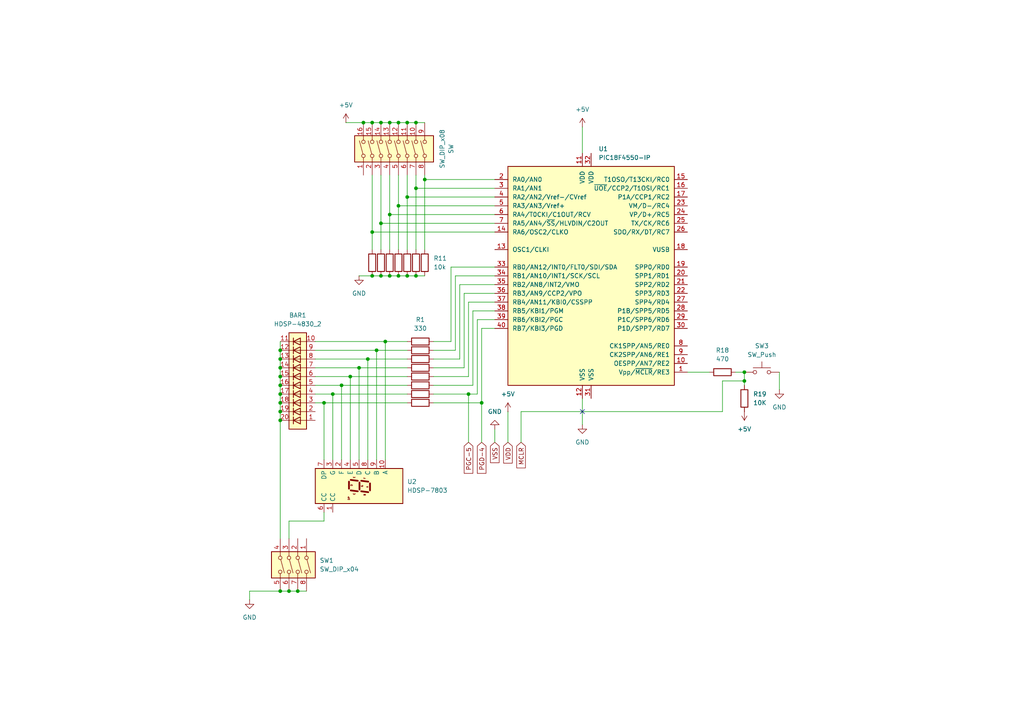
<source format=kicad_sch>
(kicad_sch (version 20250114) (generator "eeschema") (generator_version "9.0")
  (paper "A4")
  (title_block (title "Protoboard Araceli") (date "2025-09-11") (rev "1.0.0"))
  (lib_symbols
    (symbol "Device:R" (pin_numbers (hide yes)) (pin_names (offset 0))
      (property "Reference" "R" (at 2.032 0 90))
      (property "Value" "R" (at 0 0 90))
      (symbol "R_0_1"
        (rectangle (start -1.016 -2.54) (end 1.016 2.54) (stroke (width 0.254)))
      )
      (symbol "R_1_1"
        (pin passive line (at 0 3.81 270) (length 1.27) (name "~") (number "1"))
        (pin passive line (at 0 -3.81 90) (length 1.27) (name "~") (number "2"))
      )
    )
    (symbol "Display_Character:HDSP-7803"
      (property "Reference" "U" (at -3.81 13.97 0))
      (property "Value" "HDSP-7803" (at 6.35 13.97 0))
      (symbol "HDSP-7803_1_0"
        (text "E" (at -2.54 -1.397 0) (effects (font (size 0.508 0.508))))
        (text "F" (at -2.286 1.651 0) (effects (font (size 0.508 0.508))))
        (text "D" (at -0.254 -2.159 0) (effects (font (size 0.508 0.508))))
        (text "G" (at 0 0.889 0) (effects (font (size 0.508 0.508))))
        (text "A" (at 0.254 2.413 0) (effects (font (size 0.508 0.508))))
        (text "C" (at 2.286 -1.397 0) (effects (font (size 0.508 0.508))))
        (text "B" (at 2.54 1.651 0) (effects (font (size 0.508 0.508))))
        (text "DP" (at 3.556 -2.921 0) (effects (font (size 0.508 0.508))))
      )
      (symbol "HDSP-7803_1_1"
        (rectangle (start -5.08 12.7) (end 5.08 -12.7) (stroke (width 0.254)) (fill (type background)))
        (polyline (pts (xy -1.524 -0.381) (xy -1.778 -2.413)) (stroke (width 0.508)))
        (polyline (pts (xy -1.27 2.667) (xy -1.524 0.635)) (stroke (width 0.508)))
        (polyline (pts (xy -1.27 -2.921) (xy 0.762 -2.921)) (stroke (width 0.508)))
        (polyline (pts (xy -1.016 0.127) (xy 1.016 0.127)) (stroke (width 0.508)))
        (polyline (pts (xy -0.762 3.175) (xy 1.27 3.175)) (stroke (width 0.508)))
        (polyline (pts (xy 1.524 -0.381) (xy 1.27 -2.413)) (stroke (width 0.508)))
        (polyline (pts (xy 1.778 2.667) (xy 1.524 0.635)) (stroke (width 0.508)))
        (polyline (pts (xy 2.54 -2.921) (xy 2.54 -2.921)) (stroke (width 0.508)))
        (pin input line (at -7.62 7.62 0) (length 2.54) (name "A") (number "10"))
        (pin input line (at -7.62 5.08 0) (length 2.54) (name "B") (number "9"))
        (pin input line (at -7.62 2.54 0) (length 2.54) (name "C") (number "8"))
        (pin input line (at -7.62 0 0) (length 2.54) (name "D") (number "5"))
        (pin input line (at -7.62 -2.54 0) (length 2.54) (name "E") (number "4"))
        (pin input line (at -7.62 -5.08 0) (length 2.54) (name "F") (number "2"))
        (pin input line (at -7.62 -7.62 0) (length 2.54) (name "G") (number "3"))
        (pin input line (at -7.62 -10.16 0) (length 2.54) (name "DP") (number "7"))
        (pin input line (at 7.62 -7.62 180) (length 2.54) (name "CC") (number "1"))
        (pin input line (at 7.62 -10.16 180) (length 2.54) (name "CC") (number "6"))
      )
    )
    (symbol "LED:HDSP-4830_2" (pin_names (offset 1.016) (hide yes))
      (property "Reference" "BAR" (at 0 15.24 0))
      (property "Value" "HDSP-4830_2" (at 0 -17.78 0))
      (symbol "HDSP-4830_2_0_1"
        (rectangle (start -2.54 12.7) (end 2.54 -15.24) (stroke (width 0.254)) (fill (type background)))
        (polyline (pts (xy -2.54 10.16) (xy 2.54 10.16)))
        (polyline (pts (xy -2.54 7.62) (xy 2.54 7.62)))
        (polyline (pts (xy -2.54 5.08) (xy 2.54 5.08)))
        (polyline (pts (xy -2.54 0) (xy 2.54 0)))
        (polyline (pts (xy -2.54 -5.08) (xy 2.54 -5.08)))
        (polyline (pts (xy -2.54 -7.62) (xy 2.54 -7.62)))
        (polyline (pts (xy -2.54 -10.16) (xy 2.54 -10.16)))
        (polyline (pts (xy -2.54 -12.7) (xy 2.54 -12.7)))
        (polyline (pts (xy -0.762 11.176) (xy -0.762 9.144) (xy 1.27 10.16) (xy -0.762 11.176)) (stroke (width 0.254)))
        (polyline (pts (xy -0.762 8.636) (xy -0.762 6.604) (xy 1.27 7.62) (xy -0.762 8.636)) (stroke (width 0.254)))
        (polyline (pts (xy -0.762 6.096) (xy -0.762 4.064) (xy 1.27 5.08) (xy -0.762 6.096)) (stroke (width 0.254)))
        (polyline (pts (xy -0.762 3.556) (xy -0.762 1.524) (xy 1.27 2.54) (xy -0.762 3.556)) (stroke (width 0.254)))
        (polyline (pts (xy -0.762 1.016) (xy -0.762 -1.016) (xy 1.27 0) (xy -0.762 1.016)) (stroke (width 0.254)))
        (polyline (pts (xy -0.762 -1.524) (xy -0.762 -3.556) (xy 1.27 -2.54) (xy -0.762 -1.524)) (stroke (width 0.254)))
        (polyline (pts (xy -0.762 -4.064) (xy -0.762 -6.096) (xy 1.27 -5.08) (xy -0.762 -4.064)) (stroke (width 0.254)))
        (polyline (pts (xy -0.762 -6.604) (xy -0.762 -8.636) (xy 1.27 -7.62) (xy -0.762 -6.604)) (stroke (width 0.254)))
        (polyline (pts (xy -0.762 -9.144) (xy -0.762 -11.176) (xy 1.27 -10.16) (xy -0.762 -9.144)) (stroke (width 0.254)))
        (polyline (pts (xy -0.762 -11.684) (xy -0.762 -13.716) (xy 1.27 -12.7) (xy -0.762 -11.684)) (stroke (width 0.254)))
        (polyline (pts (xy 1.27 11.176) (xy 1.27 9.144)) (stroke (width 0.254)))
        (polyline (pts (xy 1.27 8.636) (xy 1.27 6.604)) (stroke (width 0.254)))
        (polyline (pts (xy 1.27 6.096) (xy 1.27 4.064)) (stroke (width 0.254)))
        (polyline (pts (xy 1.27 3.556) (xy 1.27 1.524)) (stroke (width 0.254)))
        (polyline (pts (xy 1.27 1.016) (xy 1.27 -1.016)) (stroke (width 0.254)))
        (polyline (pts (xy 1.27 -1.524) (xy 1.27 -3.556)) (stroke (width 0.254)))
        (polyline (pts (xy 1.27 -4.064) (xy 1.27 -6.096)) (stroke (width 0.254)))
        (polyline (pts (xy 1.27 -6.604) (xy 1.27 -8.636)) (stroke (width 0.254)))
        (polyline (pts (xy 1.27 -9.144) (xy 1.27 -11.176)) (stroke (width 0.254)))
        (polyline (pts (xy 1.27 -11.684) (xy 1.27 -13.716)) (stroke (width 0.254)))
        (polyline (pts (xy 2.54 2.54) (xy -2.54 2.54)))
        (polyline (pts (xy 2.54 -2.54) (xy -2.54 -2.54)))
      )
      (symbol "HDSP-4830_2_1_1"
        (pin passive line (at -5.08 10.16 0) (length 2.54) (name "A") (number "1"))
        (pin passive line (at -5.08 7.62 0) (length 2.54) (name "A") (number "2"))
        (pin passive line (at -5.08 5.08 0) (length 2.54) (name "A") (number "3"))
        (pin passive line (at -5.08 2.54 0) (length 2.54) (name "A") (number "4"))
        (pin passive line (at -5.08 0 0) (length 2.54) (name "A") (number "5"))
        (pin passive line (at -5.08 -2.54 0) (length 2.54) (name "A") (number "6"))
        (pin passive line (at -5.08 -5.08 0) (length 2.54) (name "A") (number "7"))
        (pin passive line (at -5.08 -7.62 0) (length 2.54) (name "A") (number "8"))
        (pin passive line (at -5.08 -10.16 0) (length 2.54) (name "A") (number "9"))
        (pin passive line (at -5.08 -12.7 0) (length 2.54) (name "A") (number "10"))
        (pin passive line (at 5.08 10.16 180) (length 2.54) (name "K") (number "20"))
        (pin passive line (at 5.08 7.62 180) (length 2.54) (name "K") (number "19"))
        (pin passive line (at 5.08 5.08 180) (length 2.54) (name "K") (number "18"))
        (pin passive line (at 5.08 2.54 180) (length 2.54) (name "K") (number "17"))
        (pin passive line (at 5.08 0 180) (length 2.54) (name "K") (number "16"))
        (pin passive line (at 5.08 -2.54 180) (length 2.54) (name "K") (number "15"))
        (pin passive line (at 5.08 -5.08 180) (length 2.54) (name "K") (number "14"))
        (pin passive line (at 5.08 -7.62 180) (length 2.54) (name "K") (number "13"))
        (pin passive line (at 5.08 -10.16 180) (length 2.54) (name "K") (number "12"))
        (pin passive line (at 5.08 -12.7 180) (length 2.54) (name "K") (number "11"))
      )
    )
    (symbol "MCU_Microchip_PIC18:PIC18F4550-IP" (pin_names (offset 1.27))
      (property "Reference" "U" (at -22.86 33.02 0))
      (property "Value" "PIC18F4550-IP" (at 13.97 -33.02 0))
      (symbol "PIC18F4550-IP_0_1"
        (rectangle (start -24.13 31.75) (end 24.13 -31.75) (stroke (width 0.254)) (fill (type background)))
      )
      (symbol "PIC18F4550-IP_1_1"
        (pin bidirectional line (at -27.94 27.94 0) (length 3.81) (name "RA0/AN0") (number "2"))
        (pin bidirectional line (at -27.94 25.4 0) (length 3.81) (name "RA1/AN1") (number "3"))
        (pin bidirectional line (at -27.94 22.86 0) (length 3.81) (name "RA2/AN2/Vref-/CVref") (number "4"))
        (pin bidirectional line (at -27.94 20.32 0) (length 3.81) (name "RA3/AN3/Vref+") (number "5"))
        (pin bidirectional line (at -27.94 17.78 0) (length 3.81) (name "RA4/T0CKI/C1OUT/RCV") (number "6"))
        (pin bidirectional line (at -27.94 15.24 0) (length 3.81) (name "RA5/AN4/~{SS}/HLVDIN/C2OUT") (number "7"))
        (pin output line (at -27.94 12.7 0) (length 3.81) (name "RA6/OSC2/CLKO") (number "14"))
        (pin input line (at -27.94 7.62 0) (length 3.81) (name "OSC1/CLKI") (number "13"))
        (pin bidirectional line (at -27.94 2.54 0) (length 3.81) (name "RB0/AN12/INT0/FLT0/SDI/SDA") (number "33"))
        (pin bidirectional line (at -27.94 0 0) (length 3.81) (name "RB1/AN10/INT1/SCK/SCL") (number "34"))
        (pin bidirectional line (at -27.94 -2.54 0) (length 3.81) (name "RB2/AN8/INT2/VMO") (number "35"))
        (pin bidirectional line (at -27.94 -5.08 0) (length 3.81) (name "RB3/AN9/CCP2/VPO") (number "36"))
        (pin bidirectional line (at -27.94 -7.62 0) (length 3.81) (name "RB4/AN11/KBI0/CSSPP") (number "37"))
        (pin bidirectional line (at -27.94 -10.16 0) (length 3.81) (name "RB5/KBI1/PGM") (number "38"))
        (pin bidirectional line (at -27.94 -12.7 0) (length 3.81) (name "RB6/KBI2/PGC") (number "39"))
        (pin bidirectional line (at -27.94 -15.24 0) (length 3.81) (name "RB7/KBI3/PGD") (number "40"))
        (pin power_in line (at -2.54 35.56 270) (length 3.81) (name "VDD") (number "11"))
        (pin power_in line (at -2.54 -35.56 90) (length 3.81) (name "VSS") (number "12"))
        (pin power_in line (at 0 35.56 270) (length 3.81) (name "VDD") (number "32"))
        (pin power_in line (at 0 -35.56 90) (length 3.81) (name "VSS") (number "31"))
        (pin bidirectional line (at 27.94 27.94 180) (length 3.81) (name "T1OSO/T13CKI/RC0") (number "15"))
        (pin bidirectional line (at 27.94 25.4 180) (length 3.81) (name "~{UOE}/CCP2/T1OSI/RC1") (number "16"))
        (pin bidirectional line (at 27.94 22.86 180) (length 3.81) (name "P1A/CCP1/RC2") (number "17"))
        (pin bidirectional line (at 27.94 20.32 180) (length 3.81) (name "VM/D-/RC4") (number "23"))
        (pin bidirectional line (at 27.94 17.78 180) (length 3.81) (name "VP/D+/RC5") (number "24"))
        (pin bidirectional line (at 27.94 15.24 180) (length 3.81) (name "TX/CK/RC6") (number "25"))
        (pin bidirectional line (at 27.94 12.7 180) (length 3.81) (name "SDO/RX/DT/RC7") (number "26"))
        (pin bidirectional line (at 27.94 7.62 180) (length 3.81) (name "VUSB") (number "18"))
        (pin bidirectional line (at 27.94 2.54 180) (length 3.81) (name "SPP0/RD0") (number "19"))
        (pin bidirectional line (at 27.94 0 180) (length 3.81) (name "SPP1/RD1") (number "20"))
        (pin bidirectional line (at 27.94 -2.54 180) (length 3.81) (name "SPP2/RD2") (number "21"))
        (pin bidirectional line (at 27.94 -5.08 180) (length 3.81) (name "SPP3/RD3") (number "22"))
        (pin bidirectional line (at 27.94 -7.62 180) (length 3.81) (name "SPP4/RD4") (number "27"))
        (pin bidirectional line (at 27.94 -10.16 180) (length 3.81) (name "P1B/SPP5/RD5") (number "28"))
        (pin bidirectional line (at 27.94 -12.7 180) (length 3.81) (name "P1C/SPP6/RD6") (number "29"))
        (pin bidirectional line (at 27.94 -15.24 180) (length 3.81) (name "P1D/SPP7/RD7") (number "30"))
        (pin bidirectional line (at 27.94 -20.32 180) (length 3.81) (name "CK1SPP/AN5/RE0") (number "8"))
        (pin bidirectional line (at 27.94 -22.86 180) (length 3.81) (name "CK2SPP/AN6/RE1") (number "9"))
        (pin bidirectional line (at 27.94 -25.4 180) (length 3.81) (name "OESPP/AN7/RE2") (number "10"))
        (pin input line (at 27.94 -27.94 180) (length 3.81) (name "Vpp/~{MCLR}/RE3") (number "1"))
      )
    )
    (symbol "Switch:SW_DIP_x04" (pin_names (offset 0) (hide yes))
      (property "Reference" "SW" (at 0 8.89 0))
      (property "Value" "SW_DIP_x04" (at 0 -6.35 0))
      (symbol "SW_DIP_x04_0_0"
        (circle (center -2.032 5.08) (radius 0.508))
        (circle (center -2.032 2.54) (radius 0.508))
        (circle (center -2.032 0) (radius 0.508))
        (circle (center -2.032 -2.54) (radius 0.508))
        (polyline (pts (xy -1.524 5.207) (xy 2.3622 6.2484)))
        (polyline (pts (xy -1.524 2.667) (xy 2.3622 3.7084)))
        (polyline (pts (xy -1.524 0.127) (xy 2.3622 1.1684)))
        (polyline (pts (xy -1.524 -2.3876) (xy 2.3622 -1.3462)))
        (circle (center 2.032 5.08) (radius 0.508))
        (circle (center 2.032 2.54) (radius 0.508))
        (circle (center 2.032 0) (radius 0.508))
        (circle (center 2.032 -2.54) (radius 0.508))
      )
      (symbol "SW_DIP_x04_0_1"
        (rectangle (start -3.81 7.62) (end 3.81 -5.08) (stroke (width 0.254)) (fill (type background)))
      )
      (symbol "SW_DIP_x04_1_1"
        (pin passive line (at -7.62 5.08 0) (length 5.08) (name "~") (number "1"))
        (pin passive line (at -7.62 2.54 0) (length 5.08) (name "~") (number "2"))
        (pin passive line (at -7.62 0 0) (length 5.08) (name "~") (number "3"))
        (pin passive line (at -7.62 -2.54 0) (length 5.08) (name "~") (number "4"))
        (pin passive line (at 7.62 5.08 180) (length 5.08) (name "~") (number "8"))
        (pin passive line (at 7.62 2.54 180) (length 5.08) (name "~") (number "7"))
        (pin passive line (at 7.62 0 180) (length 5.08) (name "~") (number "6"))
        (pin passive line (at 7.62 -2.54 180) (length 5.08) (name "~") (number "5"))
      )
    )
    (symbol "Switch:SW_DIP_x08" (pin_names (offset 0) (hide yes))
      (property "Reference" "SW" (at 0 13.97 0))
      (property "Value" "SW_DIP_x08" (at 0 -11.43 0))
      (symbol "SW_DIP_x08_0_0"
        (circle (center -2.032 10.16) (radius 0.508))
        (circle (center -2.032 7.62) (radius 0.508))
        (circle (center -2.032 5.08) (radius 0.508))
        (circle (center -2.032 2.54) (radius 0.508))
        (circle (center -2.032 0) (radius 0.508))
        (circle (center -2.032 -2.54) (radius 0.508))
        (circle (center -2.032 -5.08) (radius 0.508))
        (circle (center -2.032 -7.62) (radius 0.508))
        (polyline (pts (xy -1.524 10.287) (xy 2.3622 11.3284)))
        (polyline (pts (xy -1.524 7.747) (xy 2.3622 8.7884)))
        (polyline (pts (xy -1.524 5.207) (xy 2.3622 6.2484)))
        (polyline (pts (xy -1.524 2.667) (xy 2.3622 3.7084)))
        (polyline (pts (xy -1.524 0.127) (xy 2.3622 1.1684)))
        (polyline (pts (xy -1.524 -2.3876) (xy 2.3622 -1.3462)))
        (polyline (pts (xy -1.524 -4.9276) (xy 2.3622 -3.8862)))
        (polyline (pts (xy -1.524 -7.4676) (xy 2.3622 -6.4262)))
        (circle (center 2.032 10.16) (radius 0.508))
        (circle (center 2.032 7.62) (radius 0.508))
        (circle (center 2.032 5.08) (radius 0.508))
        (circle (center 2.032 2.54) (radius 0.508))
        (circle (center 2.032 0) (radius 0.508))
        (circle (center 2.032 -2.54) (radius 0.508))
        (circle (center 2.032 -5.08) (radius 0.508))
        (circle (center 2.032 -7.62) (radius 0.508))
      )
      (symbol "SW_DIP_x08_0_1"
        (rectangle (start -3.81 12.7) (end 3.81 -10.16) (stroke (width 0.254)) (fill (type background)))
      )
      (symbol "SW_DIP_x08_1_1"
        (pin passive line (at -7.62 10.16 0) (length 5.08) (name "~") (number "1"))
        (pin passive line (at -7.62 7.62 0) (length 5.08) (name "~") (number "2"))
        (pin passive line (at -7.62 5.08 0) (length 5.08) (name "~") (number "3"))
        (pin passive line (at -7.62 2.54 0) (length 5.08) (name "~") (number "4"))
        (pin passive line (at -7.62 0 0) (length 5.08) (name "~") (number "5"))
        (pin passive line (at -7.62 -2.54 0) (length 5.08) (name "~") (number "6"))
        (pin passive line (at -7.62 -5.08 0) (length 5.08) (name "~") (number "7"))
        (pin passive line (at -7.62 -7.62 0) (length 5.08) (name "~") (number "8"))
        (pin passive line (at 7.62 10.16 180) (length 5.08) (name "~") (number "16"))
        (pin passive line (at 7.62 7.62 180) (length 5.08) (name "~") (number "15"))
        (pin passive line (at 7.62 5.08 180) (length 5.08) (name "~") (number "14"))
        (pin passive line (at 7.62 2.54 180) (length 5.08) (name "~") (number "13"))
        (pin passive line (at 7.62 0 180) (length 5.08) (name "~") (number "12"))
        (pin passive line (at 7.62 -2.54 180) (length 5.08) (name "~") (number "11"))
        (pin passive line (at 7.62 -5.08 180) (length 5.08) (name "~") (number "10"))
        (pin passive line (at 7.62 -7.62 180) (length 5.08) (name "~") (number "9"))
      )
    )
    (symbol "Switch:SW_Push" (pin_numbers (hide yes)) (pin_names (offset 1.016) (hide yes))
      (property "Reference" "SW" (at 1.27 2.54 0))
      (property "Value" "SW_Push" (at 0 -1.524 0))
      (symbol "SW_Push_0_1"
        (circle (center -2.032 0) (radius 0.508))
        (polyline (pts (xy 0 1.27) (xy 0 3.048)))
        (circle (center 2.032 0) (radius 0.508))
        (polyline (pts (xy 2.54 1.27) (xy -2.54 1.27)))
        (pin passive line (at -5.08 0 0) (length 2.54) (name "1") (number "1"))
        (pin passive line (at 5.08 0 180) (length 2.54) (name "2") (number "2"))
      )
    )
    (symbol "power:+5V" (power) (pin_numbers (hide yes)) (pin_names (offset 0) (hide yes))
      (property "Value" "+5V" (at 0 3.556 0))
      (symbol "+5V_0_1"
        (polyline (pts (xy -0.762 1.27) (xy 0 2.54)))
        (polyline (pts (xy 0 2.54) (xy 0.762 1.27)))
        (polyline (pts (xy 0 0) (xy 0 2.54)))
      )
      (symbol "+5V_1_1"
        (pin power_in line (at 0 0 90) (length 0) (name "~") (number "1"))
      )
    )
    (symbol "power:GND" (power) (pin_numbers (hide yes)) (pin_names (offset 0) (hide yes))
      (property "Value" "GND" (at 0 -3.81 0))
      (symbol "GND_0_1"
        (polyline (pts (xy 0 0) (xy 0 -1.27) (xy 1.27 -1.27) (xy 0 -2.54) (xy -1.27 -1.27) (xy 0 -1.27)))
      )
      (symbol "GND_1_1"
        (pin power_in line (at 0 0 270) (length 0) (name "~") (number "1"))
      )
    )
  )
  (junction (at 115.57 35.56))
  (junction (at 120.65 35.56))
  (junction (at 93.98 116.84))
  (junction (at 81.28 119.38))
  (junction (at 107.95 67.31))
  (junction (at 81.28 121.92))
  (junction (at 120.65 54.61))
  (junction (at 115.57 80.01))
  (junction (at 113.03 35.56))
  (junction (at 115.57 59.69))
  (junction (at 113.03 62.23))
  (junction (at 135.89 114.3))
  (junction (at 111.76 99.06))
  (junction (at 96.52 114.3))
  (junction (at 83.82 171.45))
  (junction (at 139.7 116.84))
  (junction (at 107.95 35.56))
  (junction (at 99.06 111.76))
  (junction (at 86.36 171.45))
  (junction (at 118.11 80.01))
  (junction (at 110.49 64.77))
  (junction (at 109.22 101.6))
  (junction (at 110.49 80.01))
  (junction (at 81.28 106.68))
  (junction (at 104.14 106.68))
  (junction (at 101.6 109.22))
  (junction (at 81.28 101.6))
  (junction (at 81.28 114.3))
  (junction (at 81.28 109.22))
  (junction (at 118.11 57.15))
  (junction (at 123.19 52.07))
  (junction (at 113.03 80.01))
  (junction (at 215.9 110.49))
  (junction (at 81.28 104.14))
  (junction (at 215.9 107.95))
  (junction (at 120.65 80.01))
  (junction (at 81.28 171.45))
  (junction (at 81.28 116.84))
  (junction (at 105.41 35.56))
  (junction (at 110.49 35.56))
  (junction (at 107.95 80.01))
  (junction (at 118.11 35.56))
  (junction (at 81.28 111.76))
  (junction (at 106.68 104.14))
  (no_connect (at 168.91 119.38))
  (wire (pts (xy 118.11 57.15) (xy 118.11 50.8)))
  (wire (pts (xy 226.06 107.95) (xy 226.06 113.03)))
  (wire (pts (xy 120.65 54.61) (xy 120.65 50.8)))
  (wire (pts (xy 168.91 115.57) (xy 168.91 123.19)))
  (wire (pts (xy 83.82 151.13) (xy 83.82 156.21)))
  (wire (pts (xy 139.7 95.25) (xy 139.7 116.84)))
  (wire (pts (xy 143.51 67.31) (xy 107.95 67.31)))
  (wire (pts (xy 81.28 114.3) (xy 81.28 116.84)))
  (wire (pts (xy 81.28 171.45) (xy 72.39 171.45)))
  (wire (pts (xy 135.89 109.22) (xy 125.73 109.22)))
  (wire (pts (xy 101.6 109.22) (xy 118.11 109.22)))
  (wire (pts (xy 123.19 52.07) (xy 123.19 50.8)))
  (wire (pts (xy 113.03 62.23) (xy 113.03 72.39)))
  (wire (pts (xy 118.11 80.01) (xy 120.65 80.01)))
  (wire (pts (xy 135.89 87.63) (xy 135.89 109.22)))
  (wire (pts (xy 96.52 114.3) (xy 96.52 133.35)))
  (wire (pts (xy 130.81 99.06) (xy 125.73 99.06)))
  (wire (pts (xy 199.39 107.95) (xy 205.74 107.95)))
  (wire (pts (xy 143.51 85.09) (xy 134.62 85.09)))
  (wire (pts (xy 113.03 62.23) (xy 113.03 50.8)))
  (wire (pts (xy 105.41 35.56) (xy 100.33 35.56)))
  (wire (pts (xy 81.28 101.6) (xy 81.28 104.14)))
  (wire (pts (xy 147.32 119.38) (xy 147.32 128.27)))
  (wire (pts (xy 130.81 77.47) (xy 130.81 99.06)))
  (wire (pts (xy 109.22 101.6) (xy 118.11 101.6)))
  (wire (pts (xy 143.51 92.71) (xy 138.43 92.71)))
  (wire (pts (xy 107.95 67.31) (xy 107.95 72.39)))
  (wire (pts (xy 104.14 106.68) (xy 104.14 133.35)))
  (wire (pts (xy 111.76 99.06) (xy 118.11 99.06)))
  (wire (pts (xy 168.91 36.83) (xy 168.91 44.45)))
  (wire (pts (xy 123.19 35.56) (xy 120.65 35.56)))
  (wire (pts (xy 133.35 82.55) (xy 133.35 104.14)))
  (wire (pts (xy 143.51 95.25) (xy 139.7 95.25)))
  (wire (pts (xy 99.06 111.76) (xy 118.11 111.76)))
  (wire (pts (xy 215.9 110.49) (xy 215.9 111.76)))
  (wire (pts (xy 91.44 106.68) (xy 104.14 106.68)))
  (wire (pts (xy 135.89 114.3) (xy 138.43 114.3)))
  (wire (pts (xy 120.65 54.61) (xy 120.65 72.39)))
  (wire (pts (xy 123.19 52.07) (xy 123.19 72.39)))
  (wire (pts (xy 99.06 111.76) (xy 99.06 133.35)))
  (wire (pts (xy 110.49 80.01) (xy 113.03 80.01)))
  (wire (pts (xy 81.28 109.22) (xy 81.28 111.76)))
  (wire (pts (xy 120.65 35.56) (xy 118.11 35.56)))
  (wire (pts (xy 115.57 35.56) (xy 113.03 35.56)))
  (wire (pts (xy 81.28 119.38) (xy 81.28 121.92)))
  (wire (pts (xy 113.03 80.01) (xy 115.57 80.01)))
  (wire (pts (xy 93.98 151.13) (xy 83.82 151.13)))
  (wire (pts (xy 106.68 104.14) (xy 118.11 104.14)))
  (wire (pts (xy 213.36 107.95) (xy 215.9 107.95)))
  (wire (pts (xy 143.51 77.47) (xy 130.81 77.47)))
  (wire (pts (xy 113.03 35.56) (xy 110.49 35.56)))
  (wire (pts (xy 86.36 171.45) (xy 83.82 171.45)))
  (wire (pts (xy 91.44 109.22) (xy 101.6 109.22)))
  (wire (pts (xy 109.22 101.6) (xy 109.22 133.35)))
  (wire (pts (xy 143.51 124.46) (xy 143.51 128.27)))
  (wire (pts (xy 88.9 171.45) (xy 86.36 171.45)))
  (wire (pts (xy 137.16 111.76) (xy 125.73 111.76)))
  (wire (pts (xy 132.08 101.6) (xy 125.73 101.6)))
  (wire (pts (xy 93.98 116.84) (xy 118.11 116.84)))
  (wire (pts (xy 143.51 90.17) (xy 137.16 90.17)))
  (wire (pts (xy 91.44 116.84) (xy 93.98 116.84)))
  (wire (pts (xy 209.55 110.49) (xy 209.55 119.38)))
  (wire (pts (xy 143.51 62.23) (xy 113.03 62.23)))
  (wire (pts (xy 143.51 80.01) (xy 132.08 80.01)))
  (wire (pts (xy 81.28 116.84) (xy 81.28 119.38)))
  (wire (pts (xy 83.82 171.45) (xy 81.28 171.45)))
  (wire (pts (xy 111.76 99.06) (xy 111.76 133.35)))
  (wire (pts (xy 91.44 104.14) (xy 106.68 104.14)))
  (wire (pts (xy 139.7 116.84) (xy 139.7 128.27)))
  (wire (pts (xy 91.44 114.3) (xy 96.52 114.3)))
  (wire (pts (xy 134.62 85.09) (xy 134.62 106.68)))
  (wire (pts (xy 209.55 119.38) (xy 151.13 119.38)))
  (wire (pts (xy 101.6 109.22) (xy 101.6 133.35)))
  (wire (pts (xy 120.65 54.61) (xy 143.51 54.61)))
  (wire (pts (xy 81.28 121.92) (xy 81.28 156.21)))
  (wire (pts (xy 91.44 111.76) (xy 99.06 111.76)))
  (wire (pts (xy 138.43 92.71) (xy 138.43 114.3)))
  (wire (pts (xy 104.14 106.68) (xy 118.11 106.68)))
  (wire (pts (xy 143.51 59.69) (xy 115.57 59.69)))
  (wire (pts (xy 81.28 111.76) (xy 81.28 114.3)))
  (wire (pts (xy 139.7 116.84) (xy 125.73 116.84)))
  (wire (pts (xy 125.73 114.3) (xy 135.89 114.3)))
  (wire (pts (xy 135.89 114.3) (xy 135.89 128.27)))
  (wire (pts (xy 215.9 107.95) (xy 215.9 110.49)))
  (wire (pts (xy 143.51 82.55) (xy 133.35 82.55)))
  (wire (pts (xy 115.57 59.69) (xy 115.57 72.39)))
  (wire (pts (xy 132.08 80.01) (xy 132.08 101.6)))
  (wire (pts (xy 96.52 114.3) (xy 118.11 114.3)))
  (wire (pts (xy 104.14 80.01) (xy 107.95 80.01)))
  (wire (pts (xy 93.98 116.84) (xy 93.98 133.35)))
  (wire (pts (xy 118.11 35.56) (xy 115.57 35.56)))
  (wire (pts (xy 120.65 80.01) (xy 123.19 80.01)))
  (wire (pts (xy 115.57 80.01) (xy 118.11 80.01)))
  (wire (pts (xy 151.13 119.38) (xy 151.13 128.27)))
  (wire (pts (xy 137.16 90.17) (xy 137.16 111.76)))
  (wire (pts (xy 81.28 106.68) (xy 81.28 109.22)))
  (wire (pts (xy 134.62 106.68) (xy 125.73 106.68)))
  (wire (pts (xy 107.95 67.31) (xy 107.95 50.8)))
  (wire (pts (xy 143.51 57.15) (xy 118.11 57.15)))
  (wire (pts (xy 91.44 99.06) (xy 111.76 99.06)))
  (wire (pts (xy 106.68 104.14) (xy 106.68 133.35)))
  (wire (pts (xy 107.95 35.56) (xy 105.41 35.56)))
  (wire (pts (xy 118.11 57.15) (xy 118.11 72.39)))
  (wire (pts (xy 143.51 64.77) (xy 110.49 64.77)))
  (wire (pts (xy 110.49 64.77) (xy 110.49 72.39)))
  (wire (pts (xy 93.98 148.59) (xy 93.98 151.13)))
  (wire (pts (xy 91.44 101.6) (xy 109.22 101.6)))
  (wire (pts (xy 81.28 104.14) (xy 81.28 106.68)))
  (wire (pts (xy 107.95 80.01) (xy 110.49 80.01)))
  (wire (pts (xy 143.51 52.07) (xy 123.19 52.07)))
  (wire (pts (xy 143.51 87.63) (xy 135.89 87.63)))
  (wire (pts (xy 133.35 104.14) (xy 125.73 104.14)))
  (wire (pts (xy 81.28 99.06) (xy 81.28 101.6)))
  (wire (pts (xy 110.49 35.56) (xy 107.95 35.56)))
  (wire (pts (xy 215.9 110.49) (xy 209.55 110.49)))
  (wire (pts (xy 115.57 59.69) (xy 115.57 50.8)))
  (wire (pts (xy 72.39 171.45) (xy 72.39 173.99)))
  (wire (pts (xy 110.49 64.77) (xy 110.49 50.8)))
  (global_label "VSS" (shape input) (at 143.51 128.27 270) (property "Intersheetrefs" "${INTERSHEET_REFS}" (effects (hide yes))))
  (global_label "VDD" (shape input) (at 147.32 128.27 270) (property "Intersheetrefs" "${INTERSHEET_REFS}" (effects (hide yes))))
  (global_label "MCLR" (shape input) (at 151.13 128.27 270) (property "Intersheetrefs" "${INTERSHEET_REFS}" (effects (hide yes))))
  (global_label "PGC-5" (shape input) (at 135.89 128.27 270) (property "Intersheetrefs" "${INTERSHEET_REFS}" (effects (hide yes))))
  (global_label "PGD-4" (shape input) (at 139.7 128.27 270) (property "Intersheetrefs" "${INTERSHEET_REFS}" (effects (hide yes))))
  (symbol (lib_id "power:GND") (at 104.14 80.01 0) (unit 1)
    (property "Reference" "#PWR02" (effects (hide yes)))
    (property "Value" "GND" (at 104.14 85.09 0))
    (property "Description" "Power symbol creates a global label with name \"GND\" , ground" (effects (hide yes)))
  )
  (symbol (lib_id "power:GND") (at 226.06 113.03 0) (unit 1)
    (property "Reference" "#PWR04" (effects (hide yes)))
    (property "Value" "GND" (at 226.06 118.11 0))
    (property "Description" "Power symbol creates a global label with name \"GND\" , ground" (effects (hide yes)))
  )
  (symbol (lib_id "power:GND") (at 143.51 124.46 180) (unit 1)
    (property "Reference" "#PWR05" (effects (hide yes)))
    (property "Value" "GND" (at 143.51 119.38 0))
    (property "Description" "Power symbol creates a global label with name \"GND\" , ground" (effects (hide yes)))
  )
  (symbol (lib_id "Device:R") (at 113.03 76.2 0) (unit 1)
    (property "Reference" "R15" (effects (hide yes)))
    (property "Value" "10k" (effects (hide yes)))
    (property "Description" "Resistor" (effects (hide yes)))
  )
  (symbol (lib_id "power:GND") (at 168.91 123.19 0) (unit 1)
    (property "Reference" "#PWR08" (effects (hide yes)))
    (property "Value" "GND" (at 168.91 128.27 0))
    (property "Description" "Power symbol creates a global label with name \"GND\" , ground" (effects (hide yes)))
  )
  (symbol (lib_id "Device:R") (at 121.92 104.14 90) (unit 1)
    (property "Reference" "R3" (effects (hide yes)))
    (property "Value" "330" (effects (hide yes)))
    (property "Description" "Resistor" (effects (hide yes)))
  )
  (symbol (lib_id "Device:R") (at 121.92 109.22 90) (unit 1)
    (property "Reference" "R5" (effects (hide yes)))
    (property "Value" "330" (effects (hide yes)))
    (property "Description" "Resistor" (effects (hide yes)))
  )
  (symbol (lib_id "Switch:SW_DIP_x04") (at 83.82 163.83 270) (unit 1)
    (property "Reference" "SW1" (at 92.71 162.5599 90) (effects (justify left)))
    (property "Value" "SW_DIP_x04" (at 92.71 165.0999 90) (effects (justify left)))
    (property "Description" "4x DIP Switch, Single Pole Single Throw (SPST) switch, small symbol" (effects (hide yes)))
  )
  (symbol (lib_id "power:+5V") (at 147.32 119.38 0) (unit 1)
    (property "Reference" "#PWR06" (effects (hide yes)))
    (property "Value" "+5V" (at 147.32 114.3 0))
    (property "Description" "Power symbol creates a global label with name \"+5V\"" (effects (hide yes)))
  )
  (symbol (lib_id "Device:R") (at 120.65 76.2 0) (unit 1)
    (property "Reference" "R12" (effects (hide yes)))
    (property "Value" "10k" (effects (hide yes)))
    (property "Description" "Resistor" (effects (hide yes)))
  )
  (symbol (lib_id "Switch:SW_Push") (at 220.98 107.95 0) (unit 1)
    (property "Reference" "SW3" (at 220.98 100.33 0))
    (property "Value" "SW_Push" (at 220.98 102.87 0))
    (property "Description" "Push button switch, generic, two pins" (effects (hide yes)))
  )
  (symbol (lib_id "Switch:SW_DIP_x08") (at 115.57 43.18 90) (unit 1)
    (property "Reference" "SW" (at 130.81 43.18 0))
    (property "Value" "SW_DIP_x08" (at 128.27 43.18 0))
    (property "Description" "8x DIP Switch, Single Pole Single Throw (SPST) switch, small symbol" (effects (hide yes)))
  )
  (symbol (lib_id "LED:HDSP-4830_2") (at 86.36 111.76 180) (unit 1)
    (property "Reference" "BAR1" (at 86.36 91.44 0))
    (property "Value" "HDSP-4830_2" (at 86.36 93.98 0))
    (property "Footprint" "Display:HDSP-4830" (effects (hide yes)))
    (property "Datasheet" "https://docs.broadcom.com/docs/AV02-1798EN" (effects (hide yes)))
    (property "Description" "BAR GRAPH 10 segment block, high efficiency red" (effects (hide yes)))
  )
  (symbol (lib_id "Device:R") (at 121.92 99.06 90) (unit 1)
    (property "Reference" "R1" (at 121.92 92.71 90))
    (property "Value" "330" (at 121.92 95.25 90))
    (property "Description" "Resistor" (effects (hide yes)))
  )
  (symbol (lib_id "Device:R") (at 121.92 114.3 90) (unit 1)
    (property "Reference" "R7" (effects (hide yes)))
    (property "Value" "330" (effects (hide yes)))
    (property "Description" "Resistor" (effects (hide yes)))
  )
  (symbol (lib_id "Device:R") (at 110.49 76.2 0) (unit 1)
    (property "Reference" "R16" (effects (hide yes)))
    (property "Value" "10k" (effects (hide yes)))
    (property "Description" "Resistor" (effects (hide yes)))
  )
  (symbol (lib_id "MCU_Microchip_PIC18:PIC18F4550-IP") (at 171.45 80.01 0) (unit 1)
    (property "Reference" "U1" (at 173.5933 43.18 0) (effects (justify left)))
    (property "Value" "PIC18F4550-IP" (at 173.5933 45.72 0) (effects (justify left)))
    (property "Footprint" "Package_DIP:DIP-40_W15.24mm" (effects (hide yes)))
    (property "Datasheet" "http://ww1.microchip.com/downloads/en/DeviceDoc/39760d.pdf" (effects (hide yes)))
    (property "Description" "32K Flash, 2K SRAM, 256 EEPROM, USB, nanoWatt XLP, DIP40" (effects (hide yes)))
  )
  (symbol (lib_id "Device:R") (at 215.9 115.57 0) (unit 1)
    (property "Reference" "R19" (at 218.44 114.2999 0) (effects (justify left)))
    (property "Value" "10K" (at 218.44 116.8399 0) (effects (justify left)))
    (property "Description" "Resistor" (effects (hide yes)))
  )
  (symbol (lib_id "Device:R") (at 121.92 116.84 90) (unit 1)
    (property "Reference" "R8" (effects (hide yes)))
    (property "Value" "330" (effects (hide yes)))
    (property "Description" "Resistor" (effects (hide yes)))
  )
  (symbol (lib_id "Device:R") (at 209.55 107.95 90) (unit 1)
    (property "Reference" "R18" (at 209.55 101.6 90))
    (property "Value" "470" (at 209.55 104.14 90))
    (property "Description" "Resistor" (effects (hide yes)))
  )
  (symbol (lib_id "power:+5V") (at 215.9 119.38 180) (unit 1)
    (property "Reference" "#PWR03" (effects (hide yes)))
    (property "Value" "+5V" (at 215.9 124.46 0))
    (property "Description" "Power symbol creates a global label with name \"+5V\"" (effects (hide yes)))
  )
  (symbol (lib_id "Device:R") (at 121.92 106.68 90) (unit 1)
    (property "Reference" "R4" (effects (hide yes)))
    (property "Value" "330" (effects (hide yes)))
    (property "Description" "Resistor" (effects (hide yes)))
  )
  (symbol (lib_id "power:+5V") (at 100.33 35.56 0) (unit 1)
    (property "Reference" "#PWR01" (effects (hide yes)))
    (property "Value" "+5V" (at 100.33 30.48 0))
    (property "Description" "Power symbol creates a global label with name \"+5V\"" (effects (hide yes)))
  )
  (symbol (lib_id "Device:R") (at 121.92 101.6 90) (unit 1)
    (property "Reference" "R2" (effects (hide yes)))
    (property "Value" "330" (effects (hide yes)))
    (property "Description" "Resistor" (effects (hide yes)))
  )
  (symbol (lib_id "Device:R") (at 121.92 111.76 90) (unit 1)
    (property "Reference" "R6" (effects (hide yes)))
    (property "Value" "330" (effects (hide yes)))
    (property "Description" "Resistor" (effects (hide yes)))
  )
  (symbol (lib_id "Device:R") (at 115.57 76.2 0) (unit 1)
    (property "Reference" "R14" (effects (hide yes)))
    (property "Value" "10k" (effects (hide yes)))
    (property "Description" "Resistor" (effects (hide yes)))
  )
  (symbol (lib_id "Device:R") (at 107.95 76.2 0) (unit 1)
    (property "Reference" "R17" (effects (hide yes)))
    (property "Value" "10k" (effects (hide yes)))
    (property "Description" "Resistor" (effects (hide yes)))
  )
  (symbol (lib_id "Display_Character:HDSP-7803") (at 104.14 140.97 270) (unit 1)
    (property "Reference" "U2" (at 118.11 139.6999 90) (effects (justify left)))
    (property "Value" "HDSP-7803" (at 118.11 142.2399 90) (effects (justify left)))
    (property "Footprint" "Display_7Segment:HDSP-7801" (effects (hide yes)))
    (property "Datasheet" "https://docs.broadcom.com/docs/AV02-2553EN" (effects (hide yes)))
    (property "Description" "One digit 7 segment green, common cathode" (effects (hide yes)))
  )
  (symbol (lib_id "Device:R") (at 123.19 76.2 0) (unit 1)
    (property "Reference" "R11" (at 125.73 74.9299 0) (effects (justify left)))
    (property "Value" "10k" (at 125.73 77.4699 0) (effects (justify left)))
    (property "Description" "Resistor" (effects (hide yes)))
  )
  (symbol (lib_id "power:+5V") (at 168.91 36.83 0) (unit 1)
    (property "Reference" "#PWR09" (effects (hide yes)))
    (property "Value" "+5V" (at 168.91 31.75 0))
    (property "Description" "Power symbol creates a global label with name \"+5V\"" (effects (hide yes)))
  )
  (symbol (lib_id "power:GND") (at 72.39 173.99 0) (unit 1)
    (property "Reference" "#PWR07" (effects (hide yes)))
    (property "Value" "GND" (at 72.39 179.07 0))
    (property "Description" "Power symbol creates a global label with name \"GND\" , ground" (effects (hide yes)))
  )
  (symbol (lib_id "Device:R") (at 118.11 76.2 0) (unit 1)
    (property "Reference" "R13" (effects (hide yes)))
    (property "Value" "10k" (effects (hide yes)))
    (property "Description" "Resistor" (effects (hide yes)))
  )
)
</source>
